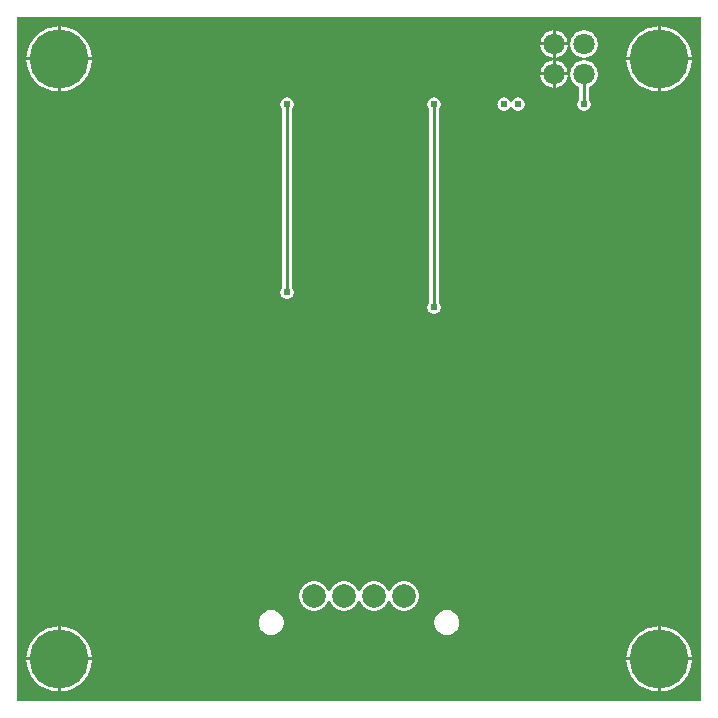
<source format=gbl>
G04 Layer: BottomLayer*
G04 Panelize: , Column: 2, Row: 2, Board Size: 58.42mm x 58.42mm, Panelized Board Size: 118.84mm x 118.84mm*
G04 EasyEDA v6.5.34, 2023-08-21 18:11:39*
G04 00f0e8dbea56480481fd11457a506d8e,5a6b42c53f6a479593ecc07194224c93,10*
G04 Gerber Generator version 0.2*
G04 Scale: 100 percent, Rotated: No, Reflected: No *
G04 Dimensions in millimeters *
G04 leading zeros omitted , absolute positions ,4 integer and 5 decimal *
%FSLAX45Y45*%
%MOMM*%

%ADD10C,0.2540*%
%ADD11C,5.0000*%
%ADD12C,2.0000*%
%ADD13C,1.8000*%
%ADD14C,0.6096*%
%ADD15C,0.0121*%

%LPD*%
G36*
X5805932Y25908D02*
G01*
X36068Y26416D01*
X32156Y27178D01*
X28905Y29362D01*
X26670Y32664D01*
X25908Y36576D01*
X25908Y5805932D01*
X26670Y5809843D01*
X28905Y5813094D01*
X32156Y5815330D01*
X36068Y5816092D01*
X5805932Y5816092D01*
X5809843Y5815330D01*
X5813094Y5813094D01*
X5815330Y5809843D01*
X5816092Y5805932D01*
X5816092Y36068D01*
X5815330Y32207D01*
X5813094Y28905D01*
X5809843Y26670D01*
G37*

%LPC*%
G36*
X4584700Y5600700D02*
G01*
X4687112Y5600700D01*
X4686960Y5602528D01*
X4684268Y5616803D01*
X4679746Y5630672D01*
X4673549Y5643829D01*
X4665776Y5656122D01*
X4656480Y5667349D01*
X4645863Y5677306D01*
X4634077Y5685840D01*
X4621326Y5692851D01*
X4607814Y5698236D01*
X4593691Y5701842D01*
X4584700Y5702960D01*
G37*
G36*
X393700Y105562D02*
G01*
X398322Y105664D01*
X421284Y108051D01*
X443992Y112369D01*
X466242Y118618D01*
X487934Y126644D01*
X508812Y136499D01*
X528828Y148031D01*
X547827Y161239D01*
X565607Y175971D01*
X582117Y192125D01*
X597204Y209600D01*
X610819Y228295D01*
X622757Y248107D01*
X633018Y268782D01*
X641553Y290271D01*
X648208Y312369D01*
X653034Y334975D01*
X655929Y357936D01*
X656336Y368300D01*
X393700Y368300D01*
G37*
G36*
X5448300Y105613D02*
G01*
X5448300Y368300D01*
X5185410Y368300D01*
X5187289Y346405D01*
X5191150Y323646D01*
X5196890Y301244D01*
X5204460Y279450D01*
X5213858Y258317D01*
X5224983Y238099D01*
X5237784Y218846D01*
X5252161Y200710D01*
X5267960Y183896D01*
X5285130Y168402D01*
X5303520Y154432D01*
X5323027Y142087D01*
X5343499Y131368D01*
X5364835Y122428D01*
X5386781Y115265D01*
X5409285Y109982D01*
X5432145Y106629D01*
G37*
G36*
X368300Y105613D02*
G01*
X368300Y368300D01*
X105410Y368300D01*
X107289Y346405D01*
X111150Y323646D01*
X116890Y301244D01*
X124460Y279450D01*
X133858Y258317D01*
X144983Y238099D01*
X157784Y218846D01*
X172161Y200710D01*
X187960Y183896D01*
X205130Y168402D01*
X223520Y154432D01*
X243027Y142087D01*
X263499Y131368D01*
X284835Y122428D01*
X306781Y115265D01*
X329285Y109982D01*
X352145Y106629D01*
G37*
G36*
X5473700Y393700D02*
G01*
X5736336Y393700D01*
X5735929Y404063D01*
X5733034Y427024D01*
X5728208Y449630D01*
X5721553Y471728D01*
X5713018Y493217D01*
X5702757Y513892D01*
X5690819Y533704D01*
X5677204Y552348D01*
X5662117Y569874D01*
X5645607Y586028D01*
X5627827Y600760D01*
X5608828Y613968D01*
X5588812Y625500D01*
X5567934Y635355D01*
X5546242Y643382D01*
X5523992Y649630D01*
X5501284Y653948D01*
X5478322Y656336D01*
X5473700Y656437D01*
G37*
G36*
X393700Y393700D02*
G01*
X656336Y393700D01*
X655929Y404063D01*
X653034Y427024D01*
X648208Y449630D01*
X641553Y471728D01*
X633018Y493217D01*
X622757Y513892D01*
X610819Y533704D01*
X597204Y552348D01*
X582117Y569874D01*
X565607Y586028D01*
X547827Y600760D01*
X528828Y613968D01*
X508812Y625500D01*
X487934Y635355D01*
X466242Y643382D01*
X443992Y649630D01*
X421284Y653948D01*
X398322Y656336D01*
X393700Y656437D01*
G37*
G36*
X5185410Y393700D02*
G01*
X5448300Y393700D01*
X5448300Y656386D01*
X5432145Y655370D01*
X5409285Y652018D01*
X5386781Y646734D01*
X5364835Y639572D01*
X5343499Y630631D01*
X5323027Y619912D01*
X5303520Y607568D01*
X5285130Y593598D01*
X5267960Y578104D01*
X5252161Y561289D01*
X5237784Y543153D01*
X5224983Y523900D01*
X5213858Y503682D01*
X5204460Y482549D01*
X5196890Y460756D01*
X5191150Y438353D01*
X5187289Y415594D01*
G37*
G36*
X105410Y393700D02*
G01*
X368300Y393700D01*
X368300Y656386D01*
X352145Y655370D01*
X329285Y652018D01*
X306781Y646734D01*
X284835Y639572D01*
X263499Y630631D01*
X243027Y619912D01*
X223520Y607568D01*
X205130Y593598D01*
X187960Y578104D01*
X172161Y561289D01*
X157784Y543153D01*
X144983Y523900D01*
X133858Y503682D01*
X124460Y482549D01*
X116890Y460756D01*
X111150Y438353D01*
X107289Y415594D01*
G37*
G36*
X3664559Y583488D02*
G01*
X3678377Y584403D01*
X3691940Y587095D01*
X3705047Y591566D01*
X3717493Y597662D01*
X3728974Y605383D01*
X3739387Y614527D01*
X3748532Y624941D01*
X3756253Y636422D01*
X3762349Y648868D01*
X3766820Y661974D01*
X3769512Y675538D01*
X3770426Y689356D01*
X3769512Y703224D01*
X3766820Y716788D01*
X3762349Y729894D01*
X3756253Y742340D01*
X3748532Y753821D01*
X3739387Y764235D01*
X3728974Y773379D01*
X3717493Y781100D01*
X3705047Y787196D01*
X3691940Y791667D01*
X3678377Y794359D01*
X3664559Y795274D01*
X3650691Y794359D01*
X3637127Y791667D01*
X3624021Y787196D01*
X3611575Y781100D01*
X3600094Y773379D01*
X3589680Y764235D01*
X3580536Y753821D01*
X3572814Y742340D01*
X3566718Y729894D01*
X3562248Y716788D01*
X3559556Y703224D01*
X3558641Y689356D01*
X3559556Y675538D01*
X3562248Y661974D01*
X3566718Y648868D01*
X3572814Y636422D01*
X3580536Y624941D01*
X3589680Y614527D01*
X3600094Y605383D01*
X3611575Y597662D01*
X3624021Y591566D01*
X3637127Y587095D01*
X3650691Y584403D01*
G37*
G36*
X2177440Y583488D02*
G01*
X2191258Y584403D01*
X2204821Y587095D01*
X2217978Y591566D01*
X2230374Y597662D01*
X2241905Y605383D01*
X2252319Y614527D01*
X2261463Y624941D01*
X2269134Y636422D01*
X2275281Y648868D01*
X2279700Y661974D01*
X2282444Y675538D01*
X2283307Y689356D01*
X2282444Y703224D01*
X2279700Y716788D01*
X2275281Y729894D01*
X2269134Y742340D01*
X2261463Y753821D01*
X2252319Y764235D01*
X2241905Y773379D01*
X2230374Y781100D01*
X2217978Y787196D01*
X2204821Y791667D01*
X2191258Y794359D01*
X2177440Y795274D01*
X2163622Y794359D01*
X2150059Y791667D01*
X2136902Y787196D01*
X2124506Y781100D01*
X2112975Y773379D01*
X2102561Y764235D01*
X2093417Y753821D01*
X2085746Y742340D01*
X2079599Y729894D01*
X2075180Y716788D01*
X2072436Y703224D01*
X2071573Y689356D01*
X2072436Y675538D01*
X2075180Y661974D01*
X2079599Y648868D01*
X2085746Y636422D01*
X2093417Y624941D01*
X2102561Y614527D01*
X2112975Y605383D01*
X2124506Y597662D01*
X2136902Y591566D01*
X2150059Y587095D01*
X2163622Y584403D01*
G37*
G36*
X2540000Y788517D02*
G01*
X2555189Y789432D01*
X2570124Y792175D01*
X2584653Y796696D01*
X2598521Y802894D01*
X2611526Y810768D01*
X2623464Y820166D01*
X2634234Y830884D01*
X2643581Y842873D01*
X2651455Y855878D01*
X2657754Y869797D01*
X2659938Y872947D01*
X2663190Y875080D01*
X2667000Y875792D01*
X2670810Y875080D01*
X2674061Y872947D01*
X2676245Y869797D01*
X2682544Y855878D01*
X2690418Y842873D01*
X2699766Y830884D01*
X2710535Y820166D01*
X2722473Y810768D01*
X2735478Y802894D01*
X2749346Y796696D01*
X2763875Y792175D01*
X2778810Y789432D01*
X2794000Y788517D01*
X2809189Y789432D01*
X2824124Y792175D01*
X2838653Y796696D01*
X2852521Y802894D01*
X2865526Y810768D01*
X2877464Y820166D01*
X2888234Y830884D01*
X2897581Y842873D01*
X2905455Y855878D01*
X2911754Y869797D01*
X2913938Y872947D01*
X2917190Y875080D01*
X2921000Y875792D01*
X2924810Y875080D01*
X2928061Y872947D01*
X2930245Y869797D01*
X2936544Y855878D01*
X2944418Y842873D01*
X2953766Y830884D01*
X2964535Y820166D01*
X2976473Y810768D01*
X2989478Y802894D01*
X3003346Y796696D01*
X3017875Y792175D01*
X3032810Y789432D01*
X3048000Y788517D01*
X3063189Y789432D01*
X3078124Y792175D01*
X3092653Y796696D01*
X3106521Y802894D01*
X3119526Y810768D01*
X3131464Y820166D01*
X3142234Y830884D01*
X3151581Y842873D01*
X3159455Y855878D01*
X3165754Y869797D01*
X3167938Y872947D01*
X3171190Y875080D01*
X3175000Y875792D01*
X3178810Y875080D01*
X3182061Y872947D01*
X3184245Y869797D01*
X3190544Y855878D01*
X3198418Y842873D01*
X3207766Y830884D01*
X3218535Y820166D01*
X3230473Y810768D01*
X3243478Y802894D01*
X3257346Y796696D01*
X3271875Y792175D01*
X3286810Y789432D01*
X3302000Y788517D01*
X3317189Y789432D01*
X3332124Y792175D01*
X3346653Y796696D01*
X3360521Y802894D01*
X3373526Y810768D01*
X3385464Y820166D01*
X3396234Y830884D01*
X3405581Y842873D01*
X3413455Y855878D01*
X3419703Y869746D01*
X3424224Y884275D01*
X3426968Y899210D01*
X3427882Y914400D01*
X3426968Y929538D01*
X3424224Y944524D01*
X3419703Y959053D01*
X3413455Y972870D01*
X3405581Y985875D01*
X3396234Y997864D01*
X3385464Y1008634D01*
X3373526Y1017981D01*
X3360521Y1025855D01*
X3346653Y1032103D01*
X3332124Y1036624D01*
X3317189Y1039368D01*
X3302000Y1040282D01*
X3286810Y1039368D01*
X3271875Y1036624D01*
X3257346Y1032103D01*
X3243478Y1025855D01*
X3230473Y1017981D01*
X3218535Y1008634D01*
X3207766Y997864D01*
X3198418Y985875D01*
X3190544Y972870D01*
X3184245Y958951D01*
X3182061Y955802D01*
X3178810Y953719D01*
X3175000Y952957D01*
X3171190Y953719D01*
X3167938Y955802D01*
X3165754Y958951D01*
X3159455Y972870D01*
X3151581Y985875D01*
X3142234Y997864D01*
X3131464Y1008634D01*
X3119526Y1017981D01*
X3106521Y1025855D01*
X3092653Y1032103D01*
X3078124Y1036624D01*
X3063189Y1039368D01*
X3048000Y1040282D01*
X3032810Y1039368D01*
X3017875Y1036624D01*
X3003346Y1032103D01*
X2989478Y1025855D01*
X2976473Y1017981D01*
X2964535Y1008634D01*
X2953766Y997864D01*
X2944418Y985875D01*
X2936544Y972870D01*
X2930245Y958951D01*
X2928061Y955802D01*
X2924810Y953719D01*
X2921000Y952957D01*
X2917190Y953719D01*
X2913938Y955802D01*
X2911754Y958951D01*
X2905455Y972870D01*
X2897581Y985875D01*
X2888234Y997864D01*
X2877464Y1008634D01*
X2865526Y1017981D01*
X2852521Y1025855D01*
X2838653Y1032103D01*
X2824124Y1036624D01*
X2809189Y1039368D01*
X2794000Y1040282D01*
X2778810Y1039368D01*
X2763875Y1036624D01*
X2749346Y1032103D01*
X2735478Y1025855D01*
X2722473Y1017981D01*
X2710535Y1008634D01*
X2699766Y997864D01*
X2690418Y985875D01*
X2682544Y972870D01*
X2676245Y958951D01*
X2674061Y955802D01*
X2670810Y953719D01*
X2667000Y952957D01*
X2663190Y953719D01*
X2659938Y955802D01*
X2657754Y958951D01*
X2651455Y972870D01*
X2643581Y985875D01*
X2634234Y997864D01*
X2623464Y1008634D01*
X2611526Y1017981D01*
X2598521Y1025855D01*
X2584653Y1032103D01*
X2570124Y1036624D01*
X2555189Y1039368D01*
X2540000Y1040282D01*
X2524810Y1039368D01*
X2509875Y1036624D01*
X2495346Y1032103D01*
X2481478Y1025855D01*
X2468473Y1017981D01*
X2456535Y1008634D01*
X2445766Y997864D01*
X2436418Y985875D01*
X2428544Y972870D01*
X2422296Y959053D01*
X2417775Y944524D01*
X2415032Y929538D01*
X2414117Y914400D01*
X2415032Y899210D01*
X2417775Y884275D01*
X2422296Y869746D01*
X2428544Y855878D01*
X2436418Y842873D01*
X2445766Y830884D01*
X2456535Y820166D01*
X2468473Y810768D01*
X2481478Y802894D01*
X2495346Y796696D01*
X2509875Y792175D01*
X2524810Y789432D01*
G37*
G36*
X4456887Y5600700D02*
G01*
X4559300Y5600700D01*
X4559300Y5702960D01*
X4550308Y5701842D01*
X4536186Y5698236D01*
X4522673Y5692851D01*
X4509922Y5685840D01*
X4498136Y5677306D01*
X4487519Y5667349D01*
X4478223Y5656122D01*
X4470450Y5643829D01*
X4464253Y5630672D01*
X4459732Y5616803D01*
X4457039Y5602528D01*
G37*
G36*
X105410Y5473700D02*
G01*
X368300Y5473700D01*
X368300Y5736386D01*
X352145Y5735370D01*
X329285Y5732018D01*
X306781Y5726734D01*
X284835Y5719572D01*
X263499Y5710631D01*
X243027Y5699912D01*
X223520Y5687568D01*
X205130Y5673598D01*
X187960Y5658104D01*
X172161Y5641289D01*
X157784Y5623153D01*
X144983Y5603900D01*
X133858Y5583682D01*
X124460Y5562549D01*
X116890Y5540756D01*
X111150Y5518353D01*
X107289Y5495594D01*
G37*
G36*
X5185410Y5473700D02*
G01*
X5448300Y5473700D01*
X5448300Y5736386D01*
X5432145Y5735370D01*
X5409285Y5732018D01*
X5386781Y5726734D01*
X5364835Y5719572D01*
X5343499Y5710631D01*
X5323027Y5699912D01*
X5303520Y5687568D01*
X5285130Y5673598D01*
X5267960Y5658104D01*
X5252161Y5641289D01*
X5237784Y5623153D01*
X5224983Y5603900D01*
X5213858Y5583682D01*
X5204460Y5562549D01*
X5196890Y5540756D01*
X5191150Y5518353D01*
X5187289Y5495594D01*
G37*
G36*
X393700Y5473700D02*
G01*
X656336Y5473700D01*
X655929Y5484063D01*
X653034Y5507024D01*
X648208Y5529630D01*
X641553Y5551728D01*
X633018Y5573217D01*
X622757Y5593892D01*
X610819Y5613704D01*
X597204Y5632348D01*
X582117Y5649874D01*
X565607Y5666028D01*
X547827Y5680760D01*
X528828Y5693968D01*
X508812Y5705500D01*
X487934Y5715355D01*
X466242Y5723382D01*
X443992Y5729630D01*
X421284Y5733948D01*
X398322Y5736336D01*
X393700Y5736437D01*
G37*
G36*
X5473700Y5473700D02*
G01*
X5736336Y5473700D01*
X5735929Y5484063D01*
X5733034Y5507024D01*
X5728208Y5529630D01*
X5721553Y5551728D01*
X5713018Y5573217D01*
X5702757Y5593892D01*
X5690819Y5613704D01*
X5677204Y5632348D01*
X5662117Y5649874D01*
X5645607Y5666028D01*
X5627827Y5680760D01*
X5608828Y5693968D01*
X5588812Y5705500D01*
X5567934Y5715355D01*
X5546242Y5723382D01*
X5523992Y5729630D01*
X5501284Y5733948D01*
X5478322Y5736336D01*
X5473700Y5736437D01*
G37*
G36*
X4584700Y5473039D02*
G01*
X4593691Y5474157D01*
X4607814Y5477764D01*
X4621326Y5483148D01*
X4634077Y5490159D01*
X4645863Y5498693D01*
X4656480Y5508650D01*
X4665776Y5519877D01*
X4673549Y5532170D01*
X4679746Y5545328D01*
X4684268Y5559196D01*
X4686960Y5573471D01*
X4687112Y5575300D01*
X4584700Y5575300D01*
G37*
G36*
X3556000Y3302609D02*
G01*
X3565753Y3303473D01*
X3575253Y3306013D01*
X3584143Y3310178D01*
X3592220Y3315817D01*
X3599129Y3322777D01*
X3604768Y3330803D01*
X3608933Y3339693D01*
X3611473Y3349193D01*
X3612337Y3358997D01*
X3611473Y3368751D01*
X3608933Y3378250D01*
X3604768Y3387140D01*
X3599129Y3395218D01*
X3597554Y3396792D01*
X3595370Y3400094D01*
X3594608Y3403955D01*
X3594608Y5034991D01*
X3595370Y5038902D01*
X3597554Y5042204D01*
X3599129Y5043779D01*
X3604768Y5051806D01*
X3608933Y5060696D01*
X3611473Y5070195D01*
X3612337Y5080000D01*
X3611473Y5089753D01*
X3608933Y5099253D01*
X3604768Y5108143D01*
X3599129Y5116220D01*
X3592220Y5123129D01*
X3584143Y5128768D01*
X3575253Y5132933D01*
X3565753Y5135473D01*
X3556000Y5136337D01*
X3546195Y5135473D01*
X3536696Y5132933D01*
X3527806Y5128768D01*
X3519779Y5123129D01*
X3512820Y5116220D01*
X3507181Y5108143D01*
X3503015Y5099253D01*
X3500475Y5089753D01*
X3499662Y5080000D01*
X3500475Y5070195D01*
X3503015Y5060696D01*
X3507181Y5051806D01*
X3512820Y5043779D01*
X3514394Y5042154D01*
X3516629Y5038902D01*
X3517392Y5034991D01*
X3517392Y3403955D01*
X3516629Y3400094D01*
X3514394Y3396792D01*
X3512820Y3395218D01*
X3507181Y3387140D01*
X3503015Y3378250D01*
X3500475Y3368751D01*
X3499662Y3358997D01*
X3500475Y3349193D01*
X3503015Y3339693D01*
X3507181Y3330803D01*
X3512820Y3322777D01*
X3519779Y3315817D01*
X3527806Y3310178D01*
X3536696Y3306013D01*
X3546195Y3303473D01*
G37*
G36*
X2311400Y3429609D02*
G01*
X2321204Y3430473D01*
X2330653Y3433013D01*
X2339594Y3437178D01*
X2347620Y3442817D01*
X2354580Y3449777D01*
X2360218Y3457803D01*
X2364333Y3466693D01*
X2366873Y3476193D01*
X2367737Y3485997D01*
X2366873Y3495751D01*
X2364333Y3505250D01*
X2360218Y3514140D01*
X2354580Y3522218D01*
X2353005Y3523792D01*
X2350770Y3527094D01*
X2350008Y3530955D01*
X2350008Y5034991D01*
X2350770Y5038902D01*
X2353005Y5042204D01*
X2354580Y5043779D01*
X2360218Y5051806D01*
X2364333Y5060696D01*
X2366873Y5070195D01*
X2367737Y5080000D01*
X2366873Y5089753D01*
X2364333Y5099253D01*
X2360218Y5108143D01*
X2354580Y5116220D01*
X2347620Y5123129D01*
X2339594Y5128768D01*
X2330653Y5132933D01*
X2321204Y5135473D01*
X2311400Y5136337D01*
X2301595Y5135473D01*
X2292146Y5132933D01*
X2283206Y5128768D01*
X2275179Y5123129D01*
X2268220Y5116220D01*
X2262581Y5108143D01*
X2258466Y5099253D01*
X2255926Y5089753D01*
X2255062Y5080000D01*
X2255926Y5070195D01*
X2258466Y5060696D01*
X2262581Y5051806D01*
X2268220Y5043779D01*
X2269794Y5042204D01*
X2272030Y5038902D01*
X2272792Y5034991D01*
X2272792Y3530955D01*
X2272030Y3527094D01*
X2269794Y3523792D01*
X2268220Y3522218D01*
X2262581Y3514140D01*
X2258466Y3505250D01*
X2255926Y3495751D01*
X2255062Y3485997D01*
X2255926Y3476193D01*
X2258466Y3466693D01*
X2262581Y3457803D01*
X2268220Y3449777D01*
X2275179Y3442817D01*
X2283206Y3437178D01*
X2292146Y3433013D01*
X2301595Y3430473D01*
G37*
G36*
X5473700Y105562D02*
G01*
X5478322Y105664D01*
X5501284Y108051D01*
X5523992Y112369D01*
X5546242Y118618D01*
X5567934Y126644D01*
X5588812Y136499D01*
X5608828Y148031D01*
X5627827Y161239D01*
X5645607Y175971D01*
X5662117Y192125D01*
X5677204Y209600D01*
X5690819Y228295D01*
X5702757Y248107D01*
X5713018Y268782D01*
X5721553Y290271D01*
X5728208Y312369D01*
X5733034Y334975D01*
X5735929Y357936D01*
X5736336Y368300D01*
X5473700Y368300D01*
G37*
G36*
X4149090Y5023662D02*
G01*
X4158894Y5024526D01*
X4168343Y5027066D01*
X4177284Y5031181D01*
X4185310Y5036820D01*
X4192270Y5043779D01*
X4197908Y5051806D01*
X4198924Y5054092D01*
X4201160Y5057190D01*
X4204411Y5059222D01*
X4208170Y5059934D01*
X4211878Y5059222D01*
X4215130Y5057190D01*
X4217365Y5054092D01*
X4218381Y5051806D01*
X4224020Y5043779D01*
X4230979Y5036820D01*
X4239006Y5031181D01*
X4247946Y5027066D01*
X4257395Y5024526D01*
X4267200Y5023662D01*
X4277004Y5024526D01*
X4286453Y5027066D01*
X4295394Y5031181D01*
X4303420Y5036820D01*
X4310380Y5043779D01*
X4316018Y5051806D01*
X4320133Y5060746D01*
X4322673Y5070195D01*
X4323537Y5080000D01*
X4322673Y5089804D01*
X4320133Y5099253D01*
X4316018Y5108194D01*
X4310380Y5116220D01*
X4303420Y5123180D01*
X4295394Y5128818D01*
X4286453Y5132933D01*
X4277004Y5135473D01*
X4267200Y5136337D01*
X4257395Y5135473D01*
X4247946Y5132933D01*
X4239006Y5128818D01*
X4230979Y5123180D01*
X4224020Y5116220D01*
X4218381Y5108194D01*
X4217365Y5105908D01*
X4215130Y5102809D01*
X4211878Y5100777D01*
X4208170Y5100066D01*
X4204411Y5100777D01*
X4201160Y5102809D01*
X4198924Y5105908D01*
X4197908Y5108194D01*
X4192270Y5116220D01*
X4185310Y5123180D01*
X4177284Y5128818D01*
X4168343Y5132933D01*
X4158894Y5135473D01*
X4149090Y5136337D01*
X4139285Y5135473D01*
X4129836Y5132933D01*
X4120896Y5128818D01*
X4112869Y5123180D01*
X4105910Y5116220D01*
X4100271Y5108194D01*
X4096156Y5099253D01*
X4093616Y5089804D01*
X4092752Y5080000D01*
X4093616Y5070195D01*
X4096156Y5060746D01*
X4100271Y5051806D01*
X4105910Y5043779D01*
X4112869Y5036820D01*
X4120896Y5031181D01*
X4129836Y5027066D01*
X4139285Y5024526D01*
G37*
G36*
X4559300Y5473039D02*
G01*
X4559300Y5575300D01*
X4456887Y5575300D01*
X4457039Y5573471D01*
X4459732Y5559196D01*
X4464253Y5545328D01*
X4470450Y5532170D01*
X4478223Y5519877D01*
X4487519Y5508650D01*
X4498136Y5498693D01*
X4509922Y5490159D01*
X4522673Y5483148D01*
X4536186Y5477764D01*
X4550308Y5474157D01*
G37*
G36*
X4818735Y5472328D02*
G01*
X4833264Y5472328D01*
X4847691Y5474157D01*
X4861814Y5477764D01*
X4875326Y5483148D01*
X4888077Y5490159D01*
X4899863Y5498693D01*
X4910480Y5508650D01*
X4919776Y5519877D01*
X4927549Y5532170D01*
X4933746Y5545328D01*
X4938268Y5559196D01*
X4940960Y5573471D01*
X4941874Y5588000D01*
X4940960Y5602528D01*
X4938268Y5616803D01*
X4933746Y5630672D01*
X4927549Y5643829D01*
X4919776Y5656122D01*
X4910480Y5667349D01*
X4899863Y5677306D01*
X4888077Y5685840D01*
X4875326Y5692851D01*
X4861814Y5698236D01*
X4847691Y5701842D01*
X4833264Y5703671D01*
X4818735Y5703671D01*
X4804308Y5701842D01*
X4790186Y5698236D01*
X4776673Y5692851D01*
X4763922Y5685840D01*
X4752136Y5677306D01*
X4741519Y5667349D01*
X4732223Y5656122D01*
X4724450Y5643829D01*
X4718253Y5630672D01*
X4713732Y5616803D01*
X4711039Y5602528D01*
X4710125Y5588000D01*
X4711039Y5573471D01*
X4713732Y5559196D01*
X4718253Y5545328D01*
X4724450Y5532170D01*
X4732223Y5519877D01*
X4741519Y5508650D01*
X4752136Y5498693D01*
X4763922Y5490159D01*
X4776673Y5483148D01*
X4790186Y5477764D01*
X4804308Y5474157D01*
G37*
G36*
X5473700Y5185562D02*
G01*
X5478322Y5185664D01*
X5501284Y5188051D01*
X5523992Y5192369D01*
X5546242Y5198618D01*
X5567934Y5206644D01*
X5588812Y5216499D01*
X5608828Y5228031D01*
X5627827Y5241239D01*
X5645607Y5255971D01*
X5662117Y5272125D01*
X5677204Y5289600D01*
X5690819Y5308295D01*
X5702757Y5328107D01*
X5713018Y5348782D01*
X5721553Y5370271D01*
X5728208Y5392369D01*
X5733034Y5414975D01*
X5735929Y5437936D01*
X5736336Y5448300D01*
X5473700Y5448300D01*
G37*
G36*
X393700Y5185562D02*
G01*
X398322Y5185664D01*
X421284Y5188051D01*
X443992Y5192369D01*
X466242Y5198618D01*
X487934Y5206644D01*
X508812Y5216499D01*
X528828Y5228031D01*
X547827Y5241239D01*
X565607Y5255971D01*
X582117Y5272125D01*
X597204Y5289600D01*
X610819Y5308295D01*
X622757Y5328107D01*
X633018Y5348782D01*
X641553Y5370271D01*
X648208Y5392369D01*
X653034Y5414975D01*
X655929Y5437936D01*
X656336Y5448300D01*
X393700Y5448300D01*
G37*
G36*
X5448300Y5185613D02*
G01*
X5448300Y5448300D01*
X5185410Y5448300D01*
X5187289Y5426405D01*
X5191150Y5403646D01*
X5196890Y5381244D01*
X5204460Y5359450D01*
X5213858Y5338318D01*
X5224983Y5318099D01*
X5237784Y5298846D01*
X5252161Y5280710D01*
X5267960Y5263896D01*
X5285130Y5248402D01*
X5303520Y5234432D01*
X5323027Y5222087D01*
X5343499Y5211368D01*
X5364835Y5202428D01*
X5386781Y5195265D01*
X5409285Y5189982D01*
X5432145Y5186629D01*
G37*
G36*
X368300Y5185613D02*
G01*
X368300Y5448300D01*
X105410Y5448300D01*
X107289Y5426405D01*
X111150Y5403646D01*
X116890Y5381244D01*
X124460Y5359450D01*
X133858Y5338318D01*
X144983Y5318099D01*
X157784Y5298846D01*
X172161Y5280710D01*
X187960Y5263896D01*
X205130Y5248402D01*
X223520Y5234432D01*
X243027Y5222087D01*
X263499Y5211368D01*
X284835Y5202428D01*
X306781Y5195265D01*
X329285Y5189982D01*
X352145Y5186629D01*
G37*
G36*
X4559300Y5219039D02*
G01*
X4559300Y5321300D01*
X4456887Y5321300D01*
X4457039Y5319471D01*
X4459732Y5305196D01*
X4464253Y5291328D01*
X4470450Y5278170D01*
X4478223Y5265877D01*
X4487519Y5254650D01*
X4498136Y5244693D01*
X4509922Y5236159D01*
X4522673Y5229148D01*
X4536186Y5223764D01*
X4550308Y5220157D01*
G37*
G36*
X4584700Y5219039D02*
G01*
X4593691Y5220157D01*
X4607814Y5223764D01*
X4621326Y5229148D01*
X4634077Y5236159D01*
X4645863Y5244693D01*
X4656480Y5254650D01*
X4665776Y5265877D01*
X4673549Y5278170D01*
X4679746Y5291328D01*
X4684268Y5305196D01*
X4686960Y5319471D01*
X4687112Y5321300D01*
X4584700Y5321300D01*
G37*
G36*
X4584700Y5346700D02*
G01*
X4687112Y5346700D01*
X4686960Y5348528D01*
X4684268Y5362803D01*
X4679746Y5376672D01*
X4673549Y5389829D01*
X4665776Y5402122D01*
X4656480Y5413349D01*
X4645863Y5423306D01*
X4634077Y5431840D01*
X4621326Y5438851D01*
X4607814Y5444236D01*
X4593691Y5447842D01*
X4584700Y5448960D01*
G37*
G36*
X4456887Y5346700D02*
G01*
X4559300Y5346700D01*
X4559300Y5448960D01*
X4550308Y5447842D01*
X4536186Y5444236D01*
X4522673Y5438851D01*
X4509922Y5431840D01*
X4498136Y5423306D01*
X4487519Y5413349D01*
X4478223Y5402122D01*
X4470450Y5389829D01*
X4464253Y5376672D01*
X4459732Y5362803D01*
X4457039Y5348528D01*
G37*
G36*
X4826000Y5022138D02*
G01*
X4835804Y5023002D01*
X4845253Y5025542D01*
X4854194Y5029708D01*
X4862220Y5035346D01*
X4869180Y5042255D01*
X4874818Y5050332D01*
X4878933Y5059222D01*
X4881473Y5068722D01*
X4882337Y5078476D01*
X4881473Y5088280D01*
X4878933Y5097780D01*
X4874818Y5106670D01*
X4869180Y5114747D01*
X4867605Y5116322D01*
X4865370Y5119624D01*
X4864608Y5123484D01*
X4864608Y5217972D01*
X4865420Y5221935D01*
X4867656Y5225237D01*
X4871008Y5227421D01*
X4875326Y5229148D01*
X4888077Y5236159D01*
X4899863Y5244693D01*
X4910480Y5254650D01*
X4919776Y5265877D01*
X4927549Y5278170D01*
X4933746Y5291328D01*
X4938268Y5305196D01*
X4940960Y5319471D01*
X4941874Y5334000D01*
X4940960Y5348528D01*
X4938268Y5362803D01*
X4933746Y5376672D01*
X4927549Y5389829D01*
X4919776Y5402122D01*
X4910480Y5413349D01*
X4899863Y5423306D01*
X4888077Y5431840D01*
X4875326Y5438851D01*
X4861814Y5444236D01*
X4847691Y5447842D01*
X4833264Y5449671D01*
X4818735Y5449671D01*
X4804308Y5447842D01*
X4790186Y5444236D01*
X4776673Y5438851D01*
X4763922Y5431840D01*
X4752136Y5423306D01*
X4741519Y5413349D01*
X4732223Y5402122D01*
X4724450Y5389829D01*
X4718253Y5376672D01*
X4713732Y5362803D01*
X4711039Y5348528D01*
X4710125Y5334000D01*
X4711039Y5319471D01*
X4713732Y5305196D01*
X4718253Y5291328D01*
X4724450Y5278170D01*
X4732223Y5265877D01*
X4741519Y5254650D01*
X4752136Y5244693D01*
X4763922Y5236159D01*
X4776673Y5229148D01*
X4780991Y5227421D01*
X4784344Y5225237D01*
X4786579Y5221935D01*
X4787392Y5217972D01*
X4787392Y5123484D01*
X4786630Y5119624D01*
X4784394Y5116322D01*
X4782820Y5114747D01*
X4777181Y5106670D01*
X4773066Y5097780D01*
X4770526Y5088280D01*
X4769662Y5078476D01*
X4770526Y5068722D01*
X4773066Y5059222D01*
X4777181Y5050332D01*
X4782820Y5042255D01*
X4789779Y5035346D01*
X4797806Y5029708D01*
X4806746Y5025542D01*
X4816195Y5023002D01*
G37*

%LPD*%
D10*
X4826000Y5078498D02*
G01*
X4826000Y5334000D01*
X2311400Y3485982D02*
G01*
X2311400Y5079987D01*
X3555992Y3358982D02*
G01*
X3555992Y5079989D01*
D11*
G01*
X381000Y5461000D03*
G01*
X5461000Y5461000D03*
G01*
X5461000Y381000D03*
G01*
X381000Y381000D03*
D12*
G01*
X3048000Y914400D03*
G01*
X2794000Y914400D03*
G01*
X2540000Y914400D03*
G01*
X3302000Y914400D03*
D13*
G01*
X4572000Y5588000D03*
G01*
X4572000Y5334000D03*
G01*
X4826000Y5334000D03*
G01*
X4826000Y5588000D03*
D14*
G01*
X4267200Y5080000D03*
G01*
X4826000Y5078501D03*
G01*
X4149090Y5080000D03*
G01*
X2311400Y3485972D03*
G01*
X2311400Y5079974D03*
G01*
X3556000Y5079974D03*
G01*
X3556000Y3358972D03*
G01*
X2667000Y2997200D03*
G01*
X3175000Y2997200D03*
M02*

</source>
